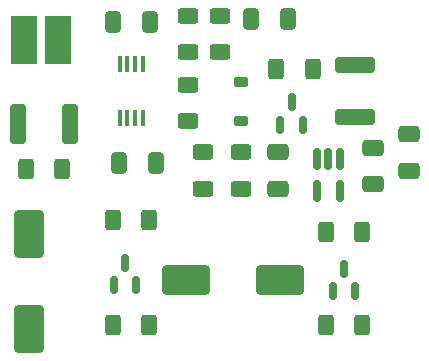
<source format=gtp>
G04 #@! TF.GenerationSoftware,KiCad,Pcbnew,7.0.5-0*
G04 #@! TF.CreationDate,2024-02-05T02:53:32-05:00*
G04 #@! TF.ProjectId,boostlet,626f6f73-746c-4657-942e-6b696361645f,rev?*
G04 #@! TF.SameCoordinates,Original*
G04 #@! TF.FileFunction,Paste,Top*
G04 #@! TF.FilePolarity,Positive*
%FSLAX46Y46*%
G04 Gerber Fmt 4.6, Leading zero omitted, Abs format (unit mm)*
G04 Created by KiCad (PCBNEW 7.0.5-0) date 2024-02-05 02:53:32*
%MOMM*%
%LPD*%
G01*
G04 APERTURE LIST*
G04 Aperture macros list*
%AMRoundRect*
0 Rectangle with rounded corners*
0 $1 Rounding radius*
0 $2 $3 $4 $5 $6 $7 $8 $9 X,Y pos of 4 corners*
0 Add a 4 corners polygon primitive as box body*
4,1,4,$2,$3,$4,$5,$6,$7,$8,$9,$2,$3,0*
0 Add four circle primitives for the rounded corners*
1,1,$1+$1,$2,$3*
1,1,$1+$1,$4,$5*
1,1,$1+$1,$6,$7*
1,1,$1+$1,$8,$9*
0 Add four rect primitives between the rounded corners*
20,1,$1+$1,$2,$3,$4,$5,0*
20,1,$1+$1,$4,$5,$6,$7,0*
20,1,$1+$1,$6,$7,$8,$9,0*
20,1,$1+$1,$8,$9,$2,$3,0*%
G04 Aperture macros list end*
%ADD10R,2.209800X4.064000*%
%ADD11RoundRect,0.150000X-0.150000X0.755500X-0.150000X-0.755500X0.150000X-0.755500X0.150000X0.755500X0*%
%ADD12R,0.381000X1.447800*%
%ADD13RoundRect,0.250000X-1.450000X0.400000X-1.450000X-0.400000X1.450000X-0.400000X1.450000X0.400000X0*%
%ADD14RoundRect,0.250000X-0.400000X-0.625000X0.400000X-0.625000X0.400000X0.625000X-0.400000X0.625000X0*%
%ADD15RoundRect,0.150000X0.150000X-0.587500X0.150000X0.587500X-0.150000X0.587500X-0.150000X-0.587500X0*%
%ADD16RoundRect,0.225000X-0.375000X0.225000X-0.375000X-0.225000X0.375000X-0.225000X0.375000X0.225000X0*%
%ADD17RoundRect,0.250000X-1.750000X-1.000000X1.750000X-1.000000X1.750000X1.000000X-1.750000X1.000000X0*%
%ADD18RoundRect,0.250000X0.625000X-0.400000X0.625000X0.400000X-0.625000X0.400000X-0.625000X-0.400000X0*%
%ADD19RoundRect,0.250000X-0.625000X0.400000X-0.625000X-0.400000X0.625000X-0.400000X0.625000X0.400000X0*%
%ADD20RoundRect,0.250000X0.650000X-0.412500X0.650000X0.412500X-0.650000X0.412500X-0.650000X-0.412500X0*%
%ADD21RoundRect,0.250000X0.400000X1.450000X-0.400000X1.450000X-0.400000X-1.450000X0.400000X-1.450000X0*%
%ADD22RoundRect,0.250000X-0.412500X-0.650000X0.412500X-0.650000X0.412500X0.650000X-0.412500X0.650000X0*%
%ADD23RoundRect,0.250000X0.412500X0.650000X-0.412500X0.650000X-0.412500X-0.650000X0.412500X-0.650000X0*%
%ADD24RoundRect,0.250000X1.000000X-1.750000X1.000000X1.750000X-1.000000X1.750000X-1.000000X-1.750000X0*%
G04 APERTURE END LIST*
D10*
G04 #@! TO.C,L1*
X109283500Y-83566000D03*
X112204500Y-83566000D03*
G04 #@! TD*
D11*
G04 #@! TO.C,U2*
X136012000Y-93621000D03*
X135062000Y-93621000D03*
X134112000Y-93621000D03*
X134112000Y-96382000D03*
X136012000Y-96382000D03*
G04 #@! TD*
D12*
G04 #@! TO.C,U1*
X117388640Y-85559900D03*
X118038880Y-85559900D03*
X118689120Y-85559900D03*
X119339360Y-85559900D03*
X119339360Y-90208100D03*
X118689120Y-90208100D03*
X118038880Y-90208100D03*
X117388640Y-90208100D03*
G04 #@! TD*
D13*
G04 #@! TO.C,F2*
X137287000Y-85659000D03*
X137287000Y-90109000D03*
G04 #@! TD*
D14*
G04 #@! TO.C,R11*
X130657000Y-85979000D03*
X133757000Y-85979000D03*
G04 #@! TD*
D15*
G04 #@! TO.C,Q3*
X131003000Y-90726500D03*
X132903000Y-90726500D03*
X131953000Y-88851500D03*
G04 #@! TD*
D16*
G04 #@! TO.C,D2*
X127635000Y-90423000D03*
X127635000Y-87123000D03*
G04 #@! TD*
D17*
G04 #@! TO.C,C1*
X131000000Y-103886000D03*
X123000000Y-103886000D03*
G04 #@! TD*
D18*
G04 #@! TO.C,R8*
X125857000Y-81508000D03*
X125857000Y-84608000D03*
G04 #@! TD*
D14*
G04 #@! TO.C,R3*
X112548000Y-94488000D03*
X109448000Y-94488000D03*
G04 #@! TD*
D18*
G04 #@! TO.C,R9*
X124460000Y-93065000D03*
X124460000Y-96165000D03*
G04 #@! TD*
D19*
G04 #@! TO.C,R7*
X123190000Y-81508000D03*
X123190000Y-84608000D03*
G04 #@! TD*
D14*
G04 #@! TO.C,R1*
X137948000Y-107696000D03*
X134848000Y-107696000D03*
G04 #@! TD*
D20*
G04 #@! TO.C,C6*
X141859000Y-91528500D03*
X141859000Y-94653500D03*
G04 #@! TD*
D15*
G04 #@! TO.C,Q1*
X136398000Y-102948500D03*
X137348000Y-104823500D03*
X135448000Y-104823500D03*
G04 #@! TD*
D21*
G04 #@! TO.C,F1*
X113223000Y-90678000D03*
X108773000Y-90678000D03*
G04 #@! TD*
D15*
G04 #@! TO.C,Q2*
X117856000Y-102440500D03*
X118806000Y-104315500D03*
X116906000Y-104315500D03*
G04 #@! TD*
D14*
G04 #@! TO.C,R2*
X137948000Y-99822000D03*
X134848000Y-99822000D03*
G04 #@! TD*
G04 #@! TO.C,R4*
X119914000Y-107696000D03*
X116814000Y-107696000D03*
G04 #@! TD*
D20*
G04 #@! TO.C,C8*
X138811000Y-92671500D03*
X138811000Y-95796500D03*
G04 #@! TD*
D14*
G04 #@! TO.C,R5*
X119914000Y-98806000D03*
X116814000Y-98806000D03*
G04 #@! TD*
D22*
G04 #@! TO.C,C5*
X119926500Y-82042000D03*
X116801500Y-82042000D03*
G04 #@! TD*
D19*
G04 #@! TO.C,R10*
X127635000Y-96165000D03*
X127635000Y-93065000D03*
G04 #@! TD*
D22*
G04 #@! TO.C,C7*
X131610500Y-81788000D03*
X128485500Y-81788000D03*
G04 #@! TD*
D23*
G04 #@! TO.C,C2*
X117309500Y-93980000D03*
X120434500Y-93980000D03*
G04 #@! TD*
D20*
G04 #@! TO.C,C3*
X130810000Y-93052500D03*
X130810000Y-96177500D03*
G04 #@! TD*
D19*
G04 #@! TO.C,R6*
X123190000Y-87350000D03*
X123190000Y-90450000D03*
G04 #@! TD*
D24*
G04 #@! TO.C,C4*
X109728000Y-108013000D03*
X109728000Y-100013000D03*
G04 #@! TD*
M02*

</source>
